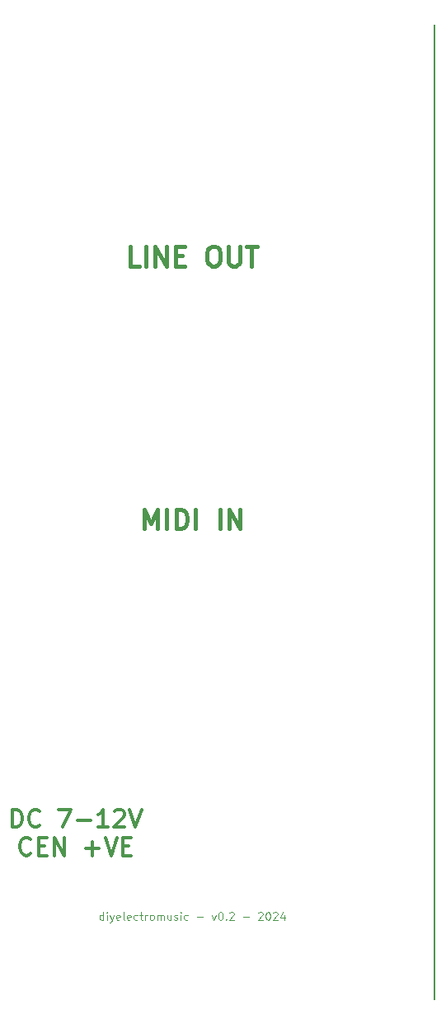
<source format=gbr>
%TF.GenerationSoftware,KiCad,Pcbnew,8.0.3*%
%TF.CreationDate,2024-06-30T10:59:25+01:00*%
%TF.ProjectId,Esp32EduModular-Acc-Panel+JST,45737033-3245-4647-954d-6f64756c6172,rev?*%
%TF.SameCoordinates,Original*%
%TF.FileFunction,Legend,Top*%
%TF.FilePolarity,Positive*%
%FSLAX46Y46*%
G04 Gerber Fmt 4.6, Leading zero omitted, Abs format (unit mm)*
G04 Created by KiCad (PCBNEW 8.0.3) date 2024-06-30 10:59:25*
%MOMM*%
%LPD*%
G01*
G04 APERTURE LIST*
%ADD10C,0.150000*%
%ADD11C,0.400000*%
%ADD12C,0.300000*%
%ADD13C,0.100000*%
G04 APERTURE END LIST*
D10*
X99900000Y-50000000D02*
X99900000Y-150000000D01*
D11*
X69571428Y-74734438D02*
X68619047Y-74734438D01*
X68619047Y-74734438D02*
X68619047Y-72734438D01*
X70238095Y-74734438D02*
X70238095Y-72734438D01*
X71190476Y-74734438D02*
X71190476Y-72734438D01*
X71190476Y-72734438D02*
X72333333Y-74734438D01*
X72333333Y-74734438D02*
X72333333Y-72734438D01*
X73285714Y-73686819D02*
X73952381Y-73686819D01*
X74238095Y-74734438D02*
X73285714Y-74734438D01*
X73285714Y-74734438D02*
X73285714Y-72734438D01*
X73285714Y-72734438D02*
X74238095Y-72734438D01*
X77000000Y-72734438D02*
X77380953Y-72734438D01*
X77380953Y-72734438D02*
X77571429Y-72829676D01*
X77571429Y-72829676D02*
X77761905Y-73020152D01*
X77761905Y-73020152D02*
X77857143Y-73401104D01*
X77857143Y-73401104D02*
X77857143Y-74067771D01*
X77857143Y-74067771D02*
X77761905Y-74448723D01*
X77761905Y-74448723D02*
X77571429Y-74639200D01*
X77571429Y-74639200D02*
X77380953Y-74734438D01*
X77380953Y-74734438D02*
X77000000Y-74734438D01*
X77000000Y-74734438D02*
X76809524Y-74639200D01*
X76809524Y-74639200D02*
X76619048Y-74448723D01*
X76619048Y-74448723D02*
X76523810Y-74067771D01*
X76523810Y-74067771D02*
X76523810Y-73401104D01*
X76523810Y-73401104D02*
X76619048Y-73020152D01*
X76619048Y-73020152D02*
X76809524Y-72829676D01*
X76809524Y-72829676D02*
X77000000Y-72734438D01*
X78714286Y-72734438D02*
X78714286Y-74353485D01*
X78714286Y-74353485D02*
X78809524Y-74543961D01*
X78809524Y-74543961D02*
X78904762Y-74639200D01*
X78904762Y-74639200D02*
X79095238Y-74734438D01*
X79095238Y-74734438D02*
X79476191Y-74734438D01*
X79476191Y-74734438D02*
X79666667Y-74639200D01*
X79666667Y-74639200D02*
X79761905Y-74543961D01*
X79761905Y-74543961D02*
X79857143Y-74353485D01*
X79857143Y-74353485D02*
X79857143Y-72734438D01*
X80523810Y-72734438D02*
X81666667Y-72734438D01*
X81095238Y-74734438D02*
X81095238Y-72734438D01*
D12*
X56485714Y-132368165D02*
X56485714Y-130568165D01*
X56485714Y-130568165D02*
X56914285Y-130568165D01*
X56914285Y-130568165D02*
X57171428Y-130653879D01*
X57171428Y-130653879D02*
X57342857Y-130825308D01*
X57342857Y-130825308D02*
X57428571Y-130996736D01*
X57428571Y-130996736D02*
X57514285Y-131339593D01*
X57514285Y-131339593D02*
X57514285Y-131596736D01*
X57514285Y-131596736D02*
X57428571Y-131939593D01*
X57428571Y-131939593D02*
X57342857Y-132111022D01*
X57342857Y-132111022D02*
X57171428Y-132282451D01*
X57171428Y-132282451D02*
X56914285Y-132368165D01*
X56914285Y-132368165D02*
X56485714Y-132368165D01*
X59314285Y-132196736D02*
X59228571Y-132282451D01*
X59228571Y-132282451D02*
X58971428Y-132368165D01*
X58971428Y-132368165D02*
X58800000Y-132368165D01*
X58800000Y-132368165D02*
X58542857Y-132282451D01*
X58542857Y-132282451D02*
X58371428Y-132111022D01*
X58371428Y-132111022D02*
X58285714Y-131939593D01*
X58285714Y-131939593D02*
X58200000Y-131596736D01*
X58200000Y-131596736D02*
X58200000Y-131339593D01*
X58200000Y-131339593D02*
X58285714Y-130996736D01*
X58285714Y-130996736D02*
X58371428Y-130825308D01*
X58371428Y-130825308D02*
X58542857Y-130653879D01*
X58542857Y-130653879D02*
X58800000Y-130568165D01*
X58800000Y-130568165D02*
X58971428Y-130568165D01*
X58971428Y-130568165D02*
X59228571Y-130653879D01*
X59228571Y-130653879D02*
X59314285Y-130739593D01*
X61285714Y-130568165D02*
X62485714Y-130568165D01*
X62485714Y-130568165D02*
X61714286Y-132368165D01*
X63171429Y-131682451D02*
X64542858Y-131682451D01*
X66342857Y-132368165D02*
X65314286Y-132368165D01*
X65828571Y-132368165D02*
X65828571Y-130568165D01*
X65828571Y-130568165D02*
X65657143Y-130825308D01*
X65657143Y-130825308D02*
X65485714Y-130996736D01*
X65485714Y-130996736D02*
X65314286Y-131082451D01*
X67028572Y-130739593D02*
X67114286Y-130653879D01*
X67114286Y-130653879D02*
X67285715Y-130568165D01*
X67285715Y-130568165D02*
X67714286Y-130568165D01*
X67714286Y-130568165D02*
X67885715Y-130653879D01*
X67885715Y-130653879D02*
X67971429Y-130739593D01*
X67971429Y-130739593D02*
X68057143Y-130911022D01*
X68057143Y-130911022D02*
X68057143Y-131082451D01*
X68057143Y-131082451D02*
X67971429Y-131339593D01*
X67971429Y-131339593D02*
X66942857Y-132368165D01*
X66942857Y-132368165D02*
X68057143Y-132368165D01*
X68571429Y-130568165D02*
X69171429Y-132368165D01*
X69171429Y-132368165D02*
X69771429Y-130568165D01*
X58414286Y-135094635D02*
X58328572Y-135180350D01*
X58328572Y-135180350D02*
X58071429Y-135266064D01*
X58071429Y-135266064D02*
X57900001Y-135266064D01*
X57900001Y-135266064D02*
X57642858Y-135180350D01*
X57642858Y-135180350D02*
X57471429Y-135008921D01*
X57471429Y-135008921D02*
X57385715Y-134837492D01*
X57385715Y-134837492D02*
X57300001Y-134494635D01*
X57300001Y-134494635D02*
X57300001Y-134237492D01*
X57300001Y-134237492D02*
X57385715Y-133894635D01*
X57385715Y-133894635D02*
X57471429Y-133723207D01*
X57471429Y-133723207D02*
X57642858Y-133551778D01*
X57642858Y-133551778D02*
X57900001Y-133466064D01*
X57900001Y-133466064D02*
X58071429Y-133466064D01*
X58071429Y-133466064D02*
X58328572Y-133551778D01*
X58328572Y-133551778D02*
X58414286Y-133637492D01*
X59185715Y-134323207D02*
X59785715Y-134323207D01*
X60042858Y-135266064D02*
X59185715Y-135266064D01*
X59185715Y-135266064D02*
X59185715Y-133466064D01*
X59185715Y-133466064D02*
X60042858Y-133466064D01*
X60814286Y-135266064D02*
X60814286Y-133466064D01*
X60814286Y-133466064D02*
X61842857Y-135266064D01*
X61842857Y-135266064D02*
X61842857Y-133466064D01*
X64071429Y-134580350D02*
X65442858Y-134580350D01*
X64757143Y-135266064D02*
X64757143Y-133894635D01*
X66042857Y-133466064D02*
X66642857Y-135266064D01*
X66642857Y-135266064D02*
X67242857Y-133466064D01*
X67842857Y-134323207D02*
X68442857Y-134323207D01*
X68700000Y-135266064D02*
X67842857Y-135266064D01*
X67842857Y-135266064D02*
X67842857Y-133466064D01*
X67842857Y-133466064D02*
X68700000Y-133466064D01*
D13*
X65857142Y-141896895D02*
X65857142Y-141096895D01*
X65857142Y-141858800D02*
X65780951Y-141896895D01*
X65780951Y-141896895D02*
X65628570Y-141896895D01*
X65628570Y-141896895D02*
X65552380Y-141858800D01*
X65552380Y-141858800D02*
X65514285Y-141820704D01*
X65514285Y-141820704D02*
X65476189Y-141744514D01*
X65476189Y-141744514D02*
X65476189Y-141515942D01*
X65476189Y-141515942D02*
X65514285Y-141439752D01*
X65514285Y-141439752D02*
X65552380Y-141401657D01*
X65552380Y-141401657D02*
X65628570Y-141363561D01*
X65628570Y-141363561D02*
X65780951Y-141363561D01*
X65780951Y-141363561D02*
X65857142Y-141401657D01*
X66238095Y-141896895D02*
X66238095Y-141363561D01*
X66238095Y-141096895D02*
X66199999Y-141134990D01*
X66199999Y-141134990D02*
X66238095Y-141173085D01*
X66238095Y-141173085D02*
X66276190Y-141134990D01*
X66276190Y-141134990D02*
X66238095Y-141096895D01*
X66238095Y-141096895D02*
X66238095Y-141173085D01*
X66542856Y-141363561D02*
X66733332Y-141896895D01*
X66923809Y-141363561D02*
X66733332Y-141896895D01*
X66733332Y-141896895D02*
X66657142Y-142087371D01*
X66657142Y-142087371D02*
X66619047Y-142125466D01*
X66619047Y-142125466D02*
X66542856Y-142163561D01*
X67533333Y-141858800D02*
X67457142Y-141896895D01*
X67457142Y-141896895D02*
X67304761Y-141896895D01*
X67304761Y-141896895D02*
X67228571Y-141858800D01*
X67228571Y-141858800D02*
X67190475Y-141782609D01*
X67190475Y-141782609D02*
X67190475Y-141477847D01*
X67190475Y-141477847D02*
X67228571Y-141401657D01*
X67228571Y-141401657D02*
X67304761Y-141363561D01*
X67304761Y-141363561D02*
X67457142Y-141363561D01*
X67457142Y-141363561D02*
X67533333Y-141401657D01*
X67533333Y-141401657D02*
X67571428Y-141477847D01*
X67571428Y-141477847D02*
X67571428Y-141554038D01*
X67571428Y-141554038D02*
X67190475Y-141630228D01*
X68028570Y-141896895D02*
X67952380Y-141858800D01*
X67952380Y-141858800D02*
X67914285Y-141782609D01*
X67914285Y-141782609D02*
X67914285Y-141096895D01*
X68638095Y-141858800D02*
X68561904Y-141896895D01*
X68561904Y-141896895D02*
X68409523Y-141896895D01*
X68409523Y-141896895D02*
X68333333Y-141858800D01*
X68333333Y-141858800D02*
X68295237Y-141782609D01*
X68295237Y-141782609D02*
X68295237Y-141477847D01*
X68295237Y-141477847D02*
X68333333Y-141401657D01*
X68333333Y-141401657D02*
X68409523Y-141363561D01*
X68409523Y-141363561D02*
X68561904Y-141363561D01*
X68561904Y-141363561D02*
X68638095Y-141401657D01*
X68638095Y-141401657D02*
X68676190Y-141477847D01*
X68676190Y-141477847D02*
X68676190Y-141554038D01*
X68676190Y-141554038D02*
X68295237Y-141630228D01*
X69361904Y-141858800D02*
X69285713Y-141896895D01*
X69285713Y-141896895D02*
X69133332Y-141896895D01*
X69133332Y-141896895D02*
X69057142Y-141858800D01*
X69057142Y-141858800D02*
X69019047Y-141820704D01*
X69019047Y-141820704D02*
X68980951Y-141744514D01*
X68980951Y-141744514D02*
X68980951Y-141515942D01*
X68980951Y-141515942D02*
X69019047Y-141439752D01*
X69019047Y-141439752D02*
X69057142Y-141401657D01*
X69057142Y-141401657D02*
X69133332Y-141363561D01*
X69133332Y-141363561D02*
X69285713Y-141363561D01*
X69285713Y-141363561D02*
X69361904Y-141401657D01*
X69590475Y-141363561D02*
X69895237Y-141363561D01*
X69704761Y-141096895D02*
X69704761Y-141782609D01*
X69704761Y-141782609D02*
X69742856Y-141858800D01*
X69742856Y-141858800D02*
X69819046Y-141896895D01*
X69819046Y-141896895D02*
X69895237Y-141896895D01*
X70161904Y-141896895D02*
X70161904Y-141363561D01*
X70161904Y-141515942D02*
X70199999Y-141439752D01*
X70199999Y-141439752D02*
X70238094Y-141401657D01*
X70238094Y-141401657D02*
X70314285Y-141363561D01*
X70314285Y-141363561D02*
X70390475Y-141363561D01*
X70771427Y-141896895D02*
X70695237Y-141858800D01*
X70695237Y-141858800D02*
X70657142Y-141820704D01*
X70657142Y-141820704D02*
X70619046Y-141744514D01*
X70619046Y-141744514D02*
X70619046Y-141515942D01*
X70619046Y-141515942D02*
X70657142Y-141439752D01*
X70657142Y-141439752D02*
X70695237Y-141401657D01*
X70695237Y-141401657D02*
X70771427Y-141363561D01*
X70771427Y-141363561D02*
X70885713Y-141363561D01*
X70885713Y-141363561D02*
X70961904Y-141401657D01*
X70961904Y-141401657D02*
X70999999Y-141439752D01*
X70999999Y-141439752D02*
X71038094Y-141515942D01*
X71038094Y-141515942D02*
X71038094Y-141744514D01*
X71038094Y-141744514D02*
X70999999Y-141820704D01*
X70999999Y-141820704D02*
X70961904Y-141858800D01*
X70961904Y-141858800D02*
X70885713Y-141896895D01*
X70885713Y-141896895D02*
X70771427Y-141896895D01*
X71380952Y-141896895D02*
X71380952Y-141363561D01*
X71380952Y-141439752D02*
X71419047Y-141401657D01*
X71419047Y-141401657D02*
X71495237Y-141363561D01*
X71495237Y-141363561D02*
X71609523Y-141363561D01*
X71609523Y-141363561D02*
X71685714Y-141401657D01*
X71685714Y-141401657D02*
X71723809Y-141477847D01*
X71723809Y-141477847D02*
X71723809Y-141896895D01*
X71723809Y-141477847D02*
X71761904Y-141401657D01*
X71761904Y-141401657D02*
X71838095Y-141363561D01*
X71838095Y-141363561D02*
X71952380Y-141363561D01*
X71952380Y-141363561D02*
X72028571Y-141401657D01*
X72028571Y-141401657D02*
X72066666Y-141477847D01*
X72066666Y-141477847D02*
X72066666Y-141896895D01*
X72790476Y-141363561D02*
X72790476Y-141896895D01*
X72447619Y-141363561D02*
X72447619Y-141782609D01*
X72447619Y-141782609D02*
X72485714Y-141858800D01*
X72485714Y-141858800D02*
X72561904Y-141896895D01*
X72561904Y-141896895D02*
X72676190Y-141896895D01*
X72676190Y-141896895D02*
X72752381Y-141858800D01*
X72752381Y-141858800D02*
X72790476Y-141820704D01*
X73133333Y-141858800D02*
X73209524Y-141896895D01*
X73209524Y-141896895D02*
X73361905Y-141896895D01*
X73361905Y-141896895D02*
X73438095Y-141858800D01*
X73438095Y-141858800D02*
X73476191Y-141782609D01*
X73476191Y-141782609D02*
X73476191Y-141744514D01*
X73476191Y-141744514D02*
X73438095Y-141668323D01*
X73438095Y-141668323D02*
X73361905Y-141630228D01*
X73361905Y-141630228D02*
X73247619Y-141630228D01*
X73247619Y-141630228D02*
X73171429Y-141592133D01*
X73171429Y-141592133D02*
X73133333Y-141515942D01*
X73133333Y-141515942D02*
X73133333Y-141477847D01*
X73133333Y-141477847D02*
X73171429Y-141401657D01*
X73171429Y-141401657D02*
X73247619Y-141363561D01*
X73247619Y-141363561D02*
X73361905Y-141363561D01*
X73361905Y-141363561D02*
X73438095Y-141401657D01*
X73819048Y-141896895D02*
X73819048Y-141363561D01*
X73819048Y-141096895D02*
X73780952Y-141134990D01*
X73780952Y-141134990D02*
X73819048Y-141173085D01*
X73819048Y-141173085D02*
X73857143Y-141134990D01*
X73857143Y-141134990D02*
X73819048Y-141096895D01*
X73819048Y-141096895D02*
X73819048Y-141173085D01*
X74542857Y-141858800D02*
X74466666Y-141896895D01*
X74466666Y-141896895D02*
X74314285Y-141896895D01*
X74314285Y-141896895D02*
X74238095Y-141858800D01*
X74238095Y-141858800D02*
X74200000Y-141820704D01*
X74200000Y-141820704D02*
X74161904Y-141744514D01*
X74161904Y-141744514D02*
X74161904Y-141515942D01*
X74161904Y-141515942D02*
X74200000Y-141439752D01*
X74200000Y-141439752D02*
X74238095Y-141401657D01*
X74238095Y-141401657D02*
X74314285Y-141363561D01*
X74314285Y-141363561D02*
X74466666Y-141363561D01*
X74466666Y-141363561D02*
X74542857Y-141401657D01*
X75495238Y-141592133D02*
X76104762Y-141592133D01*
X77019047Y-141363561D02*
X77209523Y-141896895D01*
X77209523Y-141896895D02*
X77400000Y-141363561D01*
X77857143Y-141096895D02*
X77933333Y-141096895D01*
X77933333Y-141096895D02*
X78009524Y-141134990D01*
X78009524Y-141134990D02*
X78047619Y-141173085D01*
X78047619Y-141173085D02*
X78085714Y-141249276D01*
X78085714Y-141249276D02*
X78123809Y-141401657D01*
X78123809Y-141401657D02*
X78123809Y-141592133D01*
X78123809Y-141592133D02*
X78085714Y-141744514D01*
X78085714Y-141744514D02*
X78047619Y-141820704D01*
X78047619Y-141820704D02*
X78009524Y-141858800D01*
X78009524Y-141858800D02*
X77933333Y-141896895D01*
X77933333Y-141896895D02*
X77857143Y-141896895D01*
X77857143Y-141896895D02*
X77780952Y-141858800D01*
X77780952Y-141858800D02*
X77742857Y-141820704D01*
X77742857Y-141820704D02*
X77704762Y-141744514D01*
X77704762Y-141744514D02*
X77666666Y-141592133D01*
X77666666Y-141592133D02*
X77666666Y-141401657D01*
X77666666Y-141401657D02*
X77704762Y-141249276D01*
X77704762Y-141249276D02*
X77742857Y-141173085D01*
X77742857Y-141173085D02*
X77780952Y-141134990D01*
X77780952Y-141134990D02*
X77857143Y-141096895D01*
X78466667Y-141820704D02*
X78504762Y-141858800D01*
X78504762Y-141858800D02*
X78466667Y-141896895D01*
X78466667Y-141896895D02*
X78428571Y-141858800D01*
X78428571Y-141858800D02*
X78466667Y-141820704D01*
X78466667Y-141820704D02*
X78466667Y-141896895D01*
X78809523Y-141173085D02*
X78847619Y-141134990D01*
X78847619Y-141134990D02*
X78923809Y-141096895D01*
X78923809Y-141096895D02*
X79114285Y-141096895D01*
X79114285Y-141096895D02*
X79190476Y-141134990D01*
X79190476Y-141134990D02*
X79228571Y-141173085D01*
X79228571Y-141173085D02*
X79266666Y-141249276D01*
X79266666Y-141249276D02*
X79266666Y-141325466D01*
X79266666Y-141325466D02*
X79228571Y-141439752D01*
X79228571Y-141439752D02*
X78771428Y-141896895D01*
X78771428Y-141896895D02*
X79266666Y-141896895D01*
X80219048Y-141592133D02*
X80828572Y-141592133D01*
X81780952Y-141173085D02*
X81819048Y-141134990D01*
X81819048Y-141134990D02*
X81895238Y-141096895D01*
X81895238Y-141096895D02*
X82085714Y-141096895D01*
X82085714Y-141096895D02*
X82161905Y-141134990D01*
X82161905Y-141134990D02*
X82200000Y-141173085D01*
X82200000Y-141173085D02*
X82238095Y-141249276D01*
X82238095Y-141249276D02*
X82238095Y-141325466D01*
X82238095Y-141325466D02*
X82200000Y-141439752D01*
X82200000Y-141439752D02*
X81742857Y-141896895D01*
X81742857Y-141896895D02*
X82238095Y-141896895D01*
X82733334Y-141096895D02*
X82809524Y-141096895D01*
X82809524Y-141096895D02*
X82885715Y-141134990D01*
X82885715Y-141134990D02*
X82923810Y-141173085D01*
X82923810Y-141173085D02*
X82961905Y-141249276D01*
X82961905Y-141249276D02*
X83000000Y-141401657D01*
X83000000Y-141401657D02*
X83000000Y-141592133D01*
X83000000Y-141592133D02*
X82961905Y-141744514D01*
X82961905Y-141744514D02*
X82923810Y-141820704D01*
X82923810Y-141820704D02*
X82885715Y-141858800D01*
X82885715Y-141858800D02*
X82809524Y-141896895D01*
X82809524Y-141896895D02*
X82733334Y-141896895D01*
X82733334Y-141896895D02*
X82657143Y-141858800D01*
X82657143Y-141858800D02*
X82619048Y-141820704D01*
X82619048Y-141820704D02*
X82580953Y-141744514D01*
X82580953Y-141744514D02*
X82542857Y-141592133D01*
X82542857Y-141592133D02*
X82542857Y-141401657D01*
X82542857Y-141401657D02*
X82580953Y-141249276D01*
X82580953Y-141249276D02*
X82619048Y-141173085D01*
X82619048Y-141173085D02*
X82657143Y-141134990D01*
X82657143Y-141134990D02*
X82733334Y-141096895D01*
X83304762Y-141173085D02*
X83342858Y-141134990D01*
X83342858Y-141134990D02*
X83419048Y-141096895D01*
X83419048Y-141096895D02*
X83609524Y-141096895D01*
X83609524Y-141096895D02*
X83685715Y-141134990D01*
X83685715Y-141134990D02*
X83723810Y-141173085D01*
X83723810Y-141173085D02*
X83761905Y-141249276D01*
X83761905Y-141249276D02*
X83761905Y-141325466D01*
X83761905Y-141325466D02*
X83723810Y-141439752D01*
X83723810Y-141439752D02*
X83266667Y-141896895D01*
X83266667Y-141896895D02*
X83761905Y-141896895D01*
X84447620Y-141363561D02*
X84447620Y-141896895D01*
X84257144Y-141058800D02*
X84066667Y-141630228D01*
X84066667Y-141630228D02*
X84561906Y-141630228D01*
D11*
X70095238Y-101734438D02*
X70095238Y-99734438D01*
X70095238Y-99734438D02*
X70761905Y-101163009D01*
X70761905Y-101163009D02*
X71428571Y-99734438D01*
X71428571Y-99734438D02*
X71428571Y-101734438D01*
X72380952Y-101734438D02*
X72380952Y-99734438D01*
X73333333Y-101734438D02*
X73333333Y-99734438D01*
X73333333Y-99734438D02*
X73809523Y-99734438D01*
X73809523Y-99734438D02*
X74095238Y-99829676D01*
X74095238Y-99829676D02*
X74285714Y-100020152D01*
X74285714Y-100020152D02*
X74380952Y-100210628D01*
X74380952Y-100210628D02*
X74476190Y-100591580D01*
X74476190Y-100591580D02*
X74476190Y-100877295D01*
X74476190Y-100877295D02*
X74380952Y-101258247D01*
X74380952Y-101258247D02*
X74285714Y-101448723D01*
X74285714Y-101448723D02*
X74095238Y-101639200D01*
X74095238Y-101639200D02*
X73809523Y-101734438D01*
X73809523Y-101734438D02*
X73333333Y-101734438D01*
X75333333Y-101734438D02*
X75333333Y-99734438D01*
X77809524Y-101734438D02*
X77809524Y-99734438D01*
X78761905Y-101734438D02*
X78761905Y-99734438D01*
X78761905Y-99734438D02*
X79904762Y-101734438D01*
X79904762Y-101734438D02*
X79904762Y-99734438D01*
M02*

</source>
